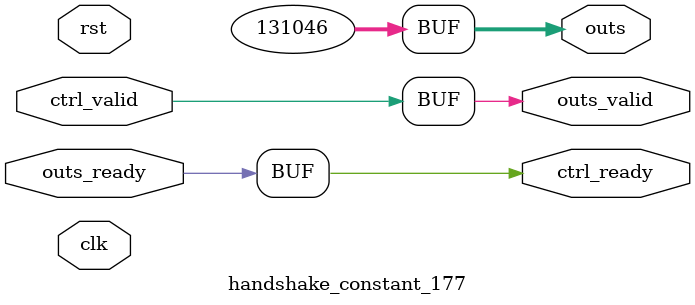
<source format=v>
`timescale 1ns / 1ps
module handshake_constant_177 #(
  parameter DATA_WIDTH = 32  // Default set to 32 bits
) (
  input                       clk,
  input                       rst,
  // Input Channel
  input                       ctrl_valid,
  output                      ctrl_ready,
  // Output Channel
  output [DATA_WIDTH - 1 : 0] outs,
  output                      outs_valid,
  input                       outs_ready
);
  assign outs       = 18'b011111111111100110;
  assign outs_valid = ctrl_valid;
  assign ctrl_ready = outs_ready;

endmodule

</source>
